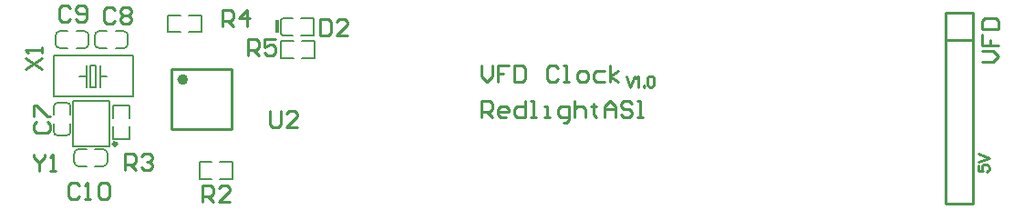
<source format=gto>
G04*
G04 #@! TF.GenerationSoftware,Altium Limited,Altium Designer,19.0.4 (130)*
G04*
G04 Layer_Color=65535*
%FSLAX44Y44*%
%MOMM*%
G71*
G01*
G75*
%ADD10C,0.5000*%
%ADD11C,0.3000*%
%ADD12C,0.2000*%
%ADD13C,0.2540*%
%ADD14C,0.2032*%
%ADD15C,0.1524*%
%ADD16R,0.3000X1.2000*%
D10*
X161720Y127780D02*
G03*
X161720Y127780I-2500J0D01*
G01*
D11*
X97729Y68000D02*
G03*
X97729Y68000I-1500J0D01*
G01*
D12*
X39329Y79650D02*
G03*
X43329Y75650I4000J0D01*
G01*
X51129D02*
G03*
X55129Y79650I0J4000D01*
G01*
X55129Y102350D02*
G03*
X51129Y106350I-4000J-0D01*
G01*
X43329D02*
G03*
X39329Y102350I0J-4000D01*
G01*
X62579Y62900D02*
G03*
X58579Y58900I0J-4000D01*
G01*
Y51100D02*
G03*
X62579Y47100I4000J0D01*
G01*
X85279Y47100D02*
G03*
X89279Y51100I-0J4000D01*
G01*
Y58900D02*
G03*
X85279Y62900I-4000J0D01*
G01*
X45179Y172900D02*
G03*
X41179Y168900I0J-4000D01*
G01*
Y161100D02*
G03*
X45179Y157100I4000J-0D01*
G01*
X67879Y157100D02*
G03*
X71879Y161100I-0J4000D01*
G01*
X71879Y168900D02*
G03*
X67879Y172900I-4000J0D01*
G01*
X104279Y157100D02*
G03*
X108279Y161100I-0J4000D01*
G01*
X108279Y168900D02*
G03*
X104279Y172900I-4000J0D01*
G01*
X81579Y172900D02*
G03*
X77579Y168900I0J-4000D01*
G01*
X77579Y161100D02*
G03*
X81579Y157100I4000J0D01*
G01*
X194000Y35100D02*
X205350D01*
X174650D02*
X186000D01*
X194000Y50900D02*
X205350D01*
X174650Y35100D02*
Y50900D01*
X205350Y35100D02*
Y50900D01*
X174650D02*
X186000D01*
X55129Y79650D02*
Y87000D01*
Y95000D02*
X55129Y102350D01*
X39329Y95000D02*
Y102350D01*
X43329Y75650D02*
X51129D01*
X43329Y106350D02*
X51129D01*
X39329Y79650D02*
Y87000D01*
X62579Y47100D02*
X69929Y47100D01*
X77929Y47100D02*
X85279Y47100D01*
X77929Y62900D02*
X85279Y62900D01*
X58579Y58900D02*
X58579Y51100D01*
X89279Y58900D02*
X89279Y51100D01*
X62579Y62900D02*
X69929Y62900D01*
X110129Y92000D02*
X110129Y103350D01*
X110129Y72650D02*
Y84000D01*
X94329Y92000D02*
Y103350D01*
Y72650D02*
X110129Y72650D01*
X94329Y103350D02*
X110129D01*
X94329Y72650D02*
Y84000D01*
X45179Y157100D02*
X52529D01*
X60529Y157100D02*
X67879D01*
X60529Y172900D02*
X67879D01*
X41179Y161100D02*
Y168900D01*
X71879Y161100D02*
Y168900D01*
X45179Y172900D02*
X52529D01*
X165000Y172100D02*
X176350D01*
X145650D02*
X157000D01*
X165000Y187900D02*
X176350D01*
X145650Y172100D02*
Y187900D01*
X176350Y172100D02*
Y187900D01*
X145650D02*
X157000D01*
X96929Y172900D02*
X104279D01*
X81579Y172900D02*
X88929D01*
X81579Y157100D02*
X88929D01*
X108279Y161100D02*
Y168900D01*
X77579Y161100D02*
Y168900D01*
X96929Y157100D02*
X104279D01*
X250650Y163900D02*
X262000Y163900D01*
X270000Y163900D02*
X281350Y163900D01*
X250650Y148100D02*
X262000Y148100D01*
X281350D02*
Y163900D01*
X250650Y148100D02*
Y163900D01*
X270000Y148100D02*
X281350Y148100D01*
X269300Y169100D02*
X280650Y169100D01*
X252300Y169100D02*
X261300Y169100D01*
X269300Y184900D02*
X280650D01*
X250300Y171030D02*
Y182970D01*
X280650Y169100D02*
Y184900D01*
X252300D02*
X261300D01*
X250300Y182970D02*
X252300Y184900D01*
X250300Y171030D02*
X252300Y169100D01*
D13*
X867300Y190100D02*
X867300Y12300D01*
X892700D01*
X892700Y190100D01*
X867300D02*
X892700D01*
X867300Y164700D02*
X892700D01*
X149060Y82060D02*
X204940D01*
Y137940D01*
X149060D02*
X204940D01*
X149060Y82060D02*
Y137940D01*
X571000Y130998D02*
X574809Y121000D01*
X578617Y130998D02*
X574809Y121000D01*
X579903Y129094D02*
X580855Y129570D01*
X582283Y130998D01*
Y121000D01*
X587711Y121952D02*
X587235Y121476D01*
X587711Y121000D01*
X588187Y121476D01*
X587711Y121952D01*
X593233Y130998D02*
X591805Y130522D01*
X590853Y129094D01*
X590377Y126713D01*
Y125285D01*
X590853Y122904D01*
X591805Y121476D01*
X593233Y121000D01*
X594185D01*
X595614Y121476D01*
X596566Y122904D01*
X597042Y125285D01*
Y126713D01*
X596566Y129094D01*
X595614Y130522D01*
X594185Y130998D01*
X593233D01*
X437000Y93000D02*
Y108235D01*
X444618D01*
X447157Y105696D01*
Y100618D01*
X444618Y98078D01*
X437000D01*
X442078D02*
X447157Y93000D01*
X459853D02*
X454774D01*
X452235Y95539D01*
Y100618D01*
X454774Y103157D01*
X459853D01*
X462392Y100618D01*
Y98078D01*
X452235D01*
X477627Y108235D02*
Y93000D01*
X470009D01*
X467470Y95539D01*
Y100618D01*
X470009Y103157D01*
X477627D01*
X482705Y93000D02*
X487784D01*
X485244D01*
Y108235D01*
X482705D01*
X495401Y93000D02*
X500479D01*
X497940D01*
Y103157D01*
X495401D01*
X513175Y87922D02*
X515714D01*
X518254Y90461D01*
Y103157D01*
X510636D01*
X508097Y100618D01*
Y95539D01*
X510636Y93000D01*
X518254D01*
X523332Y108235D02*
Y93000D01*
Y100618D01*
X525871Y103157D01*
X530950D01*
X533489Y100618D01*
Y93000D01*
X541106Y105696D02*
Y103157D01*
X538567D01*
X543646D01*
X541106D01*
Y95539D01*
X543646Y93000D01*
X551263D02*
Y103157D01*
X556341Y108235D01*
X561420Y103157D01*
Y93000D01*
Y100618D01*
X551263D01*
X576655Y105696D02*
X574116Y108235D01*
X569037D01*
X566498Y105696D01*
Y103157D01*
X569037Y100618D01*
X574116D01*
X576655Y98078D01*
Y95539D01*
X574116Y93000D01*
X569037D01*
X566498Y95539D01*
X581733Y93000D02*
X586811D01*
X584272D01*
Y108235D01*
X581733D01*
X437000Y141235D02*
Y131078D01*
X442078Y126000D01*
X447157Y131078D01*
Y141235D01*
X462392D02*
X452235D01*
Y133617D01*
X457313D01*
X452235D01*
Y126000D01*
X467470Y141235D02*
Y126000D01*
X475088D01*
X477627Y128539D01*
Y138696D01*
X475088Y141235D01*
X467470D01*
X508097Y138696D02*
X505558Y141235D01*
X500480D01*
X497940Y138696D01*
Y128539D01*
X500480Y126000D01*
X505558D01*
X508097Y128539D01*
X513175Y126000D02*
X518254D01*
X515714D01*
Y141235D01*
X513175D01*
X528410Y126000D02*
X533489D01*
X536028Y128539D01*
Y133617D01*
X533489Y136157D01*
X528410D01*
X525871Y133617D01*
Y128539D01*
X528410Y126000D01*
X551263Y136157D02*
X543646D01*
X541106Y133617D01*
Y128539D01*
X543646Y126000D01*
X551263D01*
X556341D02*
Y141235D01*
Y131078D02*
X563959Y136157D01*
X556341Y131078D02*
X563959Y126000D01*
X177329Y13674D02*
Y28909D01*
X184947D01*
X187486Y26370D01*
Y21292D01*
X184947Y18752D01*
X177329D01*
X182408D02*
X187486Y13674D01*
X202721D02*
X192565D01*
X202721Y23831D01*
Y26370D01*
X200182Y28909D01*
X195104D01*
X192565Y26370D01*
X897888Y47864D02*
Y43103D01*
X902172Y42627D01*
X901696Y43103D01*
X901220Y44532D01*
Y45960D01*
X901696Y47388D01*
X902649Y48340D01*
X904077Y48816D01*
X905029D01*
X906457Y48340D01*
X907409Y47388D01*
X907886Y45960D01*
Y44532D01*
X907409Y43103D01*
X906933Y42627D01*
X905981Y42151D01*
X897888Y51054D02*
X907886Y54863D01*
X897888Y58671D02*
X907886Y54863D01*
X901765Y144742D02*
X911922D01*
X917000Y149820D01*
X911922Y154899D01*
X901765D01*
Y170134D02*
Y159977D01*
X909382D01*
Y165055D01*
Y159977D01*
X917000D01*
X901765Y175212D02*
X917000D01*
Y182830D01*
X914461Y185369D01*
X904304D01*
X901765Y182830D01*
Y175212D01*
X240537Y98235D02*
Y85539D01*
X243077Y83000D01*
X248155D01*
X250694Y85539D01*
Y98235D01*
X265929Y83000D02*
X255772D01*
X265929Y93157D01*
Y95696D01*
X263390Y98235D01*
X258312D01*
X255772Y95696D01*
X21000Y58377D02*
Y55837D01*
X26078Y50759D01*
X31157Y55837D01*
Y58377D01*
X26078Y50759D02*
Y43142D01*
X36235D02*
X41313D01*
X38774D01*
Y58377D01*
X36235Y55837D01*
X23304Y88822D02*
X20765Y86283D01*
Y81205D01*
X23304Y78665D01*
X33461D01*
X36000Y81205D01*
Y86283D01*
X33461Y88822D01*
X20765Y93901D02*
Y104057D01*
X23304D01*
X33461Y93901D01*
X36000D01*
X63157Y29265D02*
X60617Y31805D01*
X55539D01*
X53000Y29265D01*
Y19109D01*
X55539Y16570D01*
X60617D01*
X63157Y19109D01*
X68235Y16570D02*
X73313D01*
X70774D01*
Y31805D01*
X68235Y29265D01*
X80931D02*
X83470Y31805D01*
X88548D01*
X91088Y29265D01*
Y19109D01*
X88548Y16570D01*
X83470D01*
X80931Y19109D01*
Y29265D01*
X105836Y44000D02*
Y59235D01*
X113454D01*
X115993Y56696D01*
Y51617D01*
X113454Y49078D01*
X105836D01*
X110915D02*
X115993Y44000D01*
X121072Y56696D02*
X123611Y59235D01*
X128689D01*
X131228Y56696D01*
Y54157D01*
X128689Y51617D01*
X126150D01*
X128689D01*
X131228Y49078D01*
Y46539D01*
X128689Y44000D01*
X123611D01*
X121072Y46539D01*
X13536Y137648D02*
X28771Y147804D01*
X13536D02*
X28771Y137648D01*
Y152883D02*
Y157961D01*
Y155422D01*
X13536D01*
X16075Y152883D01*
X55157Y193966D02*
X52618Y196505D01*
X47539D01*
X45000Y193966D01*
Y183809D01*
X47539Y181270D01*
X52618D01*
X55157Y183809D01*
X60235D02*
X62774Y181270D01*
X67853D01*
X70392Y183809D01*
Y193966D01*
X67853Y196505D01*
X62774D01*
X60235Y193966D01*
Y191427D01*
X62774Y188888D01*
X70392D01*
X196000Y177741D02*
Y192976D01*
X203617D01*
X206157Y190437D01*
Y185359D01*
X203617Y182819D01*
X196000D01*
X201078D02*
X206157Y177741D01*
X218853D02*
Y192976D01*
X211235Y185359D01*
X221392D01*
X220000Y150295D02*
Y165530D01*
X227617D01*
X230157Y162990D01*
Y157912D01*
X227617Y155373D01*
X220000D01*
X225078D02*
X230157Y150295D01*
X245392Y165530D02*
X235235D01*
Y157912D01*
X240313Y160451D01*
X242853D01*
X245392Y157912D01*
Y152834D01*
X242853Y150295D01*
X237774D01*
X235235Y152834D01*
X287000Y184235D02*
Y169000D01*
X294618D01*
X297157Y171539D01*
Y181696D01*
X294618Y184235D01*
X287000D01*
X312392Y169000D02*
X302235D01*
X312392Y179157D01*
Y181696D01*
X309853Y184235D01*
X304774D01*
X302235Y181696D01*
X95942Y192948D02*
X93403Y195487D01*
X88324D01*
X85785Y192948D01*
Y182791D01*
X88324Y180252D01*
X93403D01*
X95942Y182791D01*
X101020Y192948D02*
X103560Y195487D01*
X108638D01*
X111177Y192948D01*
Y190408D01*
X108638Y187869D01*
X111177Y185330D01*
Y182791D01*
X108638Y180252D01*
X103560D01*
X101020Y182791D01*
Y185330D01*
X103560Y187869D01*
X101020Y190408D01*
Y192948D01*
X103560Y187869D02*
X108638D01*
D14*
X57229Y108000D02*
X57229Y66000D01*
X57229Y108000D02*
X91229Y108000D01*
X57229Y66000D02*
X91229Y66000D01*
Y108000D01*
X39170Y111798D02*
Y149898D01*
Y111798D02*
X112830D01*
Y149898D01*
X39170D02*
X112830D01*
D15*
X63300Y130850D02*
X69652Y130850D01*
X82352Y130850D02*
X88700D01*
X82352Y120690D02*
Y141010D01*
X69652Y120690D02*
Y141010D01*
X73462D02*
X78542D01*
Y120690D02*
Y141010D01*
X73462Y120690D02*
X78542D01*
X73462D02*
Y141010D01*
D16*
X247050Y177000D02*
D03*
M02*

</source>
